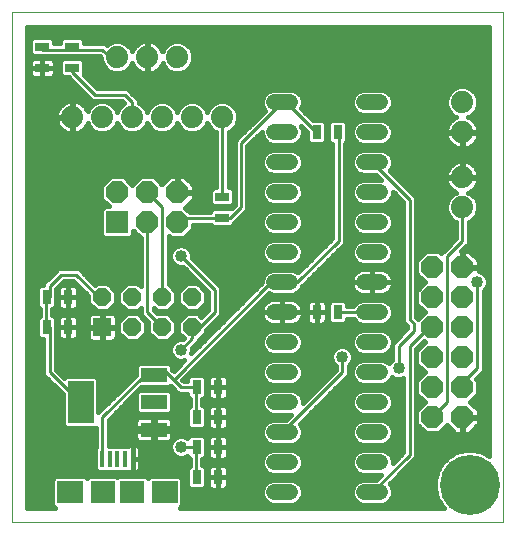
<source format=gtl>
G75*
%MOIN*%
%OFA0B0*%
%FSLAX24Y24*%
%IPPOS*%
%LPD*%
%AMOC8*
5,1,8,0,0,1.08239X$1,22.5*
%
%ADD10C,0.0000*%
%ADD11C,0.0740*%
%ADD12C,0.0520*%
%ADD13R,0.0315X0.0472*%
%ADD14R,0.0472X0.0315*%
%ADD15R,0.0880X0.0480*%
%ADD16R,0.0866X0.1417*%
%ADD17R,0.0600X0.0600*%
%ADD18OC8,0.0600*%
%ADD19R,0.0740X0.0740*%
%ADD20OC8,0.0740*%
%ADD21R,0.0157X0.0551*%
%ADD22R,0.0787X0.0748*%
%ADD23R,0.0866X0.0748*%
%ADD24C,0.0160*%
%ADD25C,0.0436*%
%ADD26C,0.0100*%
%ADD27C,0.0400*%
%ADD28C,0.2000*%
D10*
X000680Y001347D02*
X000680Y018343D01*
X017050Y018343D01*
X017050Y001347D01*
X000680Y001347D01*
D11*
X002680Y014847D03*
X003680Y014847D03*
X004680Y014847D03*
X005680Y014847D03*
X006680Y014847D03*
X007680Y014847D03*
X006180Y016847D03*
X005180Y016847D03*
X004180Y016847D03*
X015680Y015347D03*
X015680Y014347D03*
X015680Y012847D03*
X015680Y011847D03*
D12*
X012940Y011347D02*
X012420Y011347D01*
X012420Y010347D02*
X012940Y010347D01*
X012940Y009347D02*
X012420Y009347D01*
X012420Y008347D02*
X012940Y008347D01*
X012940Y007347D02*
X012420Y007347D01*
X012420Y006347D02*
X012940Y006347D01*
X012940Y005347D02*
X012420Y005347D01*
X012420Y004347D02*
X012940Y004347D01*
X012940Y003347D02*
X012420Y003347D01*
X012420Y002347D02*
X012940Y002347D01*
X009940Y002347D02*
X009420Y002347D01*
X009420Y003347D02*
X009940Y003347D01*
X009940Y004347D02*
X009420Y004347D01*
X009420Y005347D02*
X009940Y005347D01*
X009940Y006347D02*
X009420Y006347D01*
X009420Y007347D02*
X009940Y007347D01*
X009940Y008347D02*
X009420Y008347D01*
X009420Y009347D02*
X009940Y009347D01*
X009940Y010347D02*
X009420Y010347D01*
X009420Y011347D02*
X009940Y011347D01*
X009940Y012347D02*
X009420Y012347D01*
X009420Y013347D02*
X009940Y013347D01*
X009940Y014347D02*
X009420Y014347D01*
X009420Y015347D02*
X009940Y015347D01*
X012420Y015347D02*
X012940Y015347D01*
X012940Y014347D02*
X012420Y014347D01*
X012420Y013347D02*
X012940Y013347D01*
X012940Y012347D02*
X012420Y012347D01*
D13*
X011534Y014347D03*
X010826Y014347D03*
X010826Y008347D03*
X011534Y008347D03*
X007534Y005847D03*
X006826Y005847D03*
X006826Y004847D03*
X007534Y004847D03*
X007534Y003847D03*
X006826Y003847D03*
X006826Y002847D03*
X007534Y002847D03*
X002534Y007847D03*
X001826Y007847D03*
X001826Y008847D03*
X002534Y008847D03*
D14*
X007680Y011493D03*
X007680Y012202D03*
X002680Y016493D03*
X002680Y017202D03*
X001680Y017202D03*
X001680Y016493D03*
D15*
X005400Y006257D03*
X005400Y005347D03*
X005400Y004437D03*
D16*
X002960Y005347D03*
D17*
X003680Y007847D03*
D18*
X003680Y008847D03*
X004680Y008847D03*
X004680Y007847D03*
X005680Y007847D03*
X005680Y008847D03*
X006680Y008847D03*
X006680Y007847D03*
D19*
X004180Y011347D03*
D20*
X004180Y012347D03*
X005180Y012347D03*
X005180Y011347D03*
X006180Y011347D03*
X006180Y012347D03*
X014680Y009847D03*
X014680Y008847D03*
X014680Y007847D03*
X015680Y007847D03*
X015680Y008847D03*
X015680Y009847D03*
X015680Y006847D03*
X015680Y005847D03*
X015680Y004847D03*
X014680Y004847D03*
X014680Y005847D03*
X014680Y006847D03*
D21*
X004692Y003469D03*
X004436Y003469D03*
X004180Y003469D03*
X003924Y003469D03*
X003668Y003469D03*
D22*
X003688Y002347D03*
X004672Y002347D03*
D23*
X005755Y002347D03*
X002605Y002347D03*
D24*
X002012Y002323D02*
X001160Y002323D01*
X001160Y002481D02*
X002012Y002481D01*
X002012Y002640D02*
X001160Y002640D01*
X001160Y002798D02*
X002023Y002798D01*
X002012Y002788D02*
X002012Y001907D01*
X002092Y001827D01*
X001160Y001827D01*
X001160Y017863D01*
X016570Y017863D01*
X016570Y003567D01*
X016378Y003678D01*
X016083Y003757D01*
X015777Y003757D01*
X015482Y003678D01*
X015218Y003525D01*
X015002Y003310D01*
X014849Y003045D01*
X014770Y002750D01*
X014770Y002445D01*
X014849Y002150D01*
X015002Y001885D01*
X015060Y001827D01*
X006268Y001827D01*
X006348Y001907D01*
X006348Y002788D01*
X006254Y002881D01*
X005255Y002881D01*
X005194Y002820D01*
X005132Y002881D01*
X004212Y002881D01*
X004180Y002849D01*
X004148Y002881D01*
X003228Y002881D01*
X003166Y002820D01*
X003105Y002881D01*
X002106Y002881D01*
X002012Y002788D01*
X002012Y002164D02*
X001160Y002164D01*
X001160Y002006D02*
X002012Y002006D01*
X002072Y001847D02*
X001160Y001847D01*
X001160Y002957D02*
X006508Y002957D01*
X006508Y003115D02*
X004933Y003115D01*
X004938Y003124D02*
X004951Y003170D01*
X004951Y003469D01*
X004692Y003469D01*
X004692Y003014D01*
X004794Y003014D01*
X004840Y003026D01*
X004881Y003050D01*
X004915Y003083D01*
X004938Y003124D01*
X004951Y003274D02*
X006595Y003274D01*
X006595Y003237D02*
X006508Y003150D01*
X006508Y002545D01*
X006602Y002451D01*
X007049Y002451D01*
X007143Y002545D01*
X007143Y003150D01*
X007049Y003243D01*
X007015Y003243D01*
X007015Y003451D01*
X007049Y003451D01*
X007143Y003545D01*
X007143Y004150D01*
X007049Y004243D01*
X006602Y004243D01*
X006510Y004151D01*
X006509Y004152D01*
X006377Y004207D01*
X006233Y004207D01*
X006101Y004152D01*
X006000Y004051D01*
X005945Y003919D01*
X005945Y003776D01*
X006000Y003643D01*
X006101Y003542D01*
X006233Y003487D01*
X006377Y003487D01*
X006509Y003542D01*
X006510Y003543D01*
X006595Y003458D01*
X006595Y003237D01*
X006595Y003432D02*
X004951Y003432D01*
X004951Y003469D02*
X004951Y003769D01*
X004938Y003814D01*
X004915Y003855D01*
X004881Y003889D01*
X004840Y003913D01*
X004794Y003925D01*
X004692Y003925D01*
X004692Y003469D01*
X004692Y003469D01*
X004692Y003469D01*
X004692Y003014D01*
X004589Y003014D01*
X004544Y003026D01*
X004530Y003034D01*
X003523Y003034D01*
X003429Y003127D01*
X003429Y003811D01*
X003470Y003852D01*
X003470Y004489D01*
X003459Y004479D01*
X002461Y004479D01*
X002367Y004572D01*
X002367Y005613D01*
X001720Y006260D01*
X001720Y007451D01*
X001602Y007451D01*
X001508Y007545D01*
X001508Y008150D01*
X001595Y008237D01*
X001595Y008458D01*
X001508Y008545D01*
X001508Y009150D01*
X001602Y009243D01*
X001720Y009243D01*
X001720Y009309D01*
X002095Y009684D01*
X002218Y009807D01*
X002892Y009807D01*
X003441Y009259D01*
X003489Y009307D01*
X003871Y009307D01*
X004140Y009038D01*
X004140Y008657D01*
X003871Y008387D01*
X003489Y008387D01*
X003220Y008657D01*
X003220Y008885D01*
X002718Y009387D01*
X002392Y009387D01*
X002143Y009138D01*
X002205Y009138D01*
X002209Y009153D02*
X002197Y009107D01*
X002197Y008847D01*
X002197Y008587D01*
X002209Y008542D01*
X002233Y008501D01*
X002266Y008467D01*
X002307Y008443D01*
X002353Y008431D01*
X002534Y008431D01*
X002534Y008847D01*
X002197Y008847D01*
X002534Y008847D01*
X002534Y008847D01*
X002534Y008847D01*
X002534Y008431D01*
X002716Y008431D01*
X002761Y008443D01*
X002802Y008467D01*
X002836Y008501D01*
X002860Y008542D01*
X002872Y008587D01*
X002872Y008847D01*
X002534Y008847D01*
X002534Y009263D01*
X002353Y009263D01*
X002307Y009251D01*
X002266Y009228D01*
X002233Y009194D01*
X002209Y009153D01*
X002143Y009138D02*
X002143Y008545D01*
X002049Y008451D01*
X002015Y008451D01*
X002015Y008243D01*
X002049Y008243D01*
X002143Y008150D01*
X002143Y007545D01*
X002140Y007542D01*
X002140Y006434D01*
X002409Y006165D01*
X002461Y006216D01*
X003459Y006216D01*
X003553Y006122D01*
X003553Y005017D01*
X004800Y006264D01*
X004800Y006564D01*
X004894Y006657D01*
X005906Y006657D01*
X006000Y006564D01*
X006000Y006449D01*
X006015Y006434D01*
X006055Y006394D01*
X006413Y006752D01*
X006377Y006737D01*
X006233Y006737D01*
X006101Y006792D01*
X006000Y006893D01*
X005945Y007026D01*
X005945Y007169D01*
X006000Y007301D01*
X006101Y007402D01*
X006233Y007457D01*
X006368Y007457D01*
X006394Y007483D01*
X006220Y007657D01*
X006220Y008038D01*
X006489Y008307D01*
X006871Y008307D01*
X006982Y008196D01*
X007220Y008434D01*
X007220Y009010D01*
X006368Y009862D01*
X006233Y009862D01*
X006101Y009917D01*
X006000Y010018D01*
X005945Y010151D01*
X005945Y010294D01*
X006000Y010426D01*
X006101Y010527D01*
X006233Y010582D01*
X006377Y010582D01*
X006509Y010527D01*
X006610Y010426D01*
X006665Y010294D01*
X006665Y010159D01*
X007517Y009307D01*
X007517Y009307D01*
X007640Y009184D01*
X007640Y008260D01*
X007140Y007760D01*
X007140Y007657D01*
X006890Y007407D01*
X006890Y007385D01*
X006665Y007160D01*
X006665Y007026D01*
X006650Y006989D01*
X009000Y009339D01*
X009000Y009431D01*
X009064Y009585D01*
X009182Y009703D01*
X009336Y009767D01*
X010024Y009767D01*
X010178Y009703D01*
X010208Y009673D01*
X011345Y010809D01*
X011345Y013951D01*
X011311Y013951D01*
X011217Y014045D01*
X011217Y014650D01*
X011311Y014743D01*
X011758Y014743D01*
X011852Y014650D01*
X011852Y014045D01*
X011765Y013958D01*
X011765Y010635D01*
X010390Y009260D01*
X010336Y009207D01*
X010296Y009109D01*
X010178Y008991D01*
X010024Y008927D01*
X009336Y008927D01*
X009227Y008972D01*
X006352Y006097D01*
X006392Y006057D01*
X006508Y006057D01*
X006508Y006150D01*
X006602Y006243D01*
X007049Y006243D01*
X007143Y006150D01*
X007143Y005545D01*
X007049Y005451D01*
X007015Y005451D01*
X007015Y005243D01*
X007049Y005243D01*
X007143Y005150D01*
X007143Y004545D01*
X007049Y004451D01*
X006602Y004451D01*
X006508Y004545D01*
X006508Y005150D01*
X006595Y005237D01*
X006595Y005458D01*
X006508Y005545D01*
X006508Y005637D01*
X006218Y005637D01*
X005968Y005887D01*
X005968Y005887D01*
X005952Y005903D01*
X005906Y005857D01*
X004987Y005857D01*
X003890Y004760D01*
X003890Y003905D01*
X004530Y003905D01*
X004544Y003913D01*
X004589Y003925D01*
X004692Y003925D01*
X004692Y003469D01*
X004951Y003469D01*
X004951Y003591D02*
X006052Y003591D01*
X005956Y003749D02*
X004951Y003749D01*
X004848Y003908D02*
X005945Y003908D01*
X005909Y004030D02*
X005864Y004017D01*
X005440Y004017D01*
X005440Y004397D01*
X005360Y004397D01*
X005360Y004017D01*
X004936Y004017D01*
X004891Y004030D01*
X004849Y004053D01*
X004816Y004087D01*
X004792Y004128D01*
X004780Y004174D01*
X004780Y004397D01*
X005360Y004397D01*
X005360Y004477D01*
X004780Y004477D01*
X004780Y004701D01*
X004792Y004747D01*
X004816Y004788D01*
X004849Y004821D01*
X004891Y004845D01*
X004936Y004857D01*
X005360Y004857D01*
X005360Y004477D01*
X005440Y004477D01*
X006020Y004477D01*
X006020Y004701D01*
X006008Y004747D01*
X005984Y004788D01*
X005951Y004821D01*
X005909Y004845D01*
X005864Y004857D01*
X005440Y004857D01*
X005440Y004477D01*
X005440Y004397D01*
X006020Y004397D01*
X006020Y004174D01*
X006008Y004128D01*
X005984Y004087D01*
X005951Y004053D01*
X005909Y004030D01*
X005964Y004066D02*
X006015Y004066D01*
X006020Y004225D02*
X006583Y004225D01*
X006511Y004542D02*
X006020Y004542D01*
X006020Y004700D02*
X006508Y004700D01*
X006508Y004859D02*
X003988Y004859D01*
X003890Y004700D02*
X004780Y004700D01*
X004780Y004542D02*
X003890Y004542D01*
X003890Y004383D02*
X004780Y004383D01*
X004780Y004225D02*
X003890Y004225D01*
X003890Y004066D02*
X004836Y004066D01*
X004692Y003908D02*
X004692Y003908D01*
X004535Y003908D02*
X003890Y003908D01*
X003470Y003908D02*
X001160Y003908D01*
X001160Y004066D02*
X003470Y004066D01*
X003470Y004225D02*
X001160Y004225D01*
X001160Y004383D02*
X003470Y004383D01*
X003553Y005017D02*
X003553Y005017D01*
X003553Y005176D02*
X003712Y005176D01*
X003870Y005334D02*
X003553Y005334D01*
X003553Y005493D02*
X004029Y005493D01*
X004187Y005651D02*
X003553Y005651D01*
X003553Y005810D02*
X004346Y005810D01*
X004504Y005968D02*
X003553Y005968D01*
X003548Y006127D02*
X004663Y006127D01*
X004800Y006285D02*
X002289Y006285D01*
X002140Y006444D02*
X004800Y006444D01*
X004839Y006602D02*
X002140Y006602D01*
X002140Y006761D02*
X006177Y006761D01*
X006263Y006602D02*
X005961Y006602D01*
X006005Y006444D02*
X006105Y006444D01*
X006381Y006127D02*
X006508Y006127D01*
X006540Y006285D02*
X009000Y006285D01*
X009000Y006264D02*
X009000Y006431D01*
X009064Y006585D01*
X009182Y006703D01*
X009336Y006767D01*
X010024Y006767D01*
X010178Y006703D01*
X010296Y006585D01*
X010360Y006431D01*
X010360Y006264D01*
X010296Y006109D01*
X010178Y005991D01*
X010024Y005927D01*
X009336Y005927D01*
X009182Y005991D01*
X009064Y006109D01*
X009000Y006264D01*
X009057Y006127D02*
X007867Y006127D01*
X007872Y006107D02*
X007860Y006153D01*
X007836Y006194D01*
X007802Y006228D01*
X007761Y006251D01*
X007716Y006263D01*
X007534Y006263D01*
X007353Y006263D01*
X007307Y006251D01*
X007266Y006228D01*
X007233Y006194D01*
X007209Y006153D01*
X007197Y006107D01*
X007197Y005847D01*
X007197Y005587D01*
X007209Y005542D01*
X007233Y005501D01*
X007266Y005467D01*
X007307Y005443D01*
X007353Y005431D01*
X007534Y005431D01*
X007534Y005847D01*
X007197Y005847D01*
X007534Y005847D01*
X007534Y005847D01*
X007534Y005847D01*
X007534Y005431D01*
X007716Y005431D01*
X007761Y005443D01*
X007802Y005467D01*
X007836Y005501D01*
X007860Y005542D01*
X007872Y005587D01*
X007872Y005847D01*
X007534Y005847D01*
X007534Y006263D01*
X007534Y005847D01*
X007534Y005847D01*
X007534Y005847D01*
X007872Y005847D01*
X007872Y006107D01*
X007872Y005968D02*
X009237Y005968D01*
X009336Y005767D02*
X009182Y005703D01*
X009064Y005585D01*
X009000Y005431D01*
X009000Y005264D01*
X009064Y005109D01*
X009182Y004991D01*
X009336Y004927D01*
X009963Y004927D01*
X009803Y004767D01*
X009336Y004767D01*
X009182Y004703D01*
X009064Y004585D01*
X009000Y004431D01*
X009000Y004264D01*
X009064Y004109D01*
X009182Y003991D01*
X009336Y003927D01*
X010024Y003927D01*
X010178Y003991D01*
X010296Y004109D01*
X010360Y004264D01*
X010360Y004431D01*
X010296Y004585D01*
X010255Y004626D01*
X011767Y006137D01*
X011890Y006260D01*
X011890Y006548D01*
X011985Y006643D01*
X012040Y006776D01*
X012040Y006919D01*
X011985Y007051D01*
X011884Y007152D01*
X011752Y007207D01*
X011608Y007207D01*
X011476Y007152D01*
X011375Y007051D01*
X011320Y006919D01*
X011320Y006776D01*
X011375Y006643D01*
X011470Y006548D01*
X011470Y006434D01*
X010360Y005324D01*
X010360Y005431D01*
X010296Y005585D01*
X010178Y005703D01*
X010024Y005767D01*
X009336Y005767D01*
X009130Y005651D02*
X007872Y005651D01*
X007872Y005810D02*
X010846Y005810D01*
X011004Y005968D02*
X010123Y005968D01*
X010303Y006127D02*
X011163Y006127D01*
X011321Y006285D02*
X010360Y006285D01*
X010355Y006444D02*
X011470Y006444D01*
X011416Y006602D02*
X010279Y006602D01*
X010039Y006761D02*
X011326Y006761D01*
X011320Y006919D02*
X007174Y006919D01*
X007015Y006761D02*
X009321Y006761D01*
X009336Y006927D02*
X009182Y006991D01*
X009064Y007109D01*
X009000Y007264D01*
X009000Y007431D01*
X009064Y007585D01*
X009182Y007703D01*
X009336Y007767D01*
X010024Y007767D01*
X010178Y007703D01*
X010296Y007585D01*
X010360Y007431D01*
X010360Y007264D01*
X010296Y007109D01*
X010178Y006991D01*
X010024Y006927D01*
X009336Y006927D01*
X009096Y007078D02*
X007332Y007078D01*
X007491Y007236D02*
X009011Y007236D01*
X009000Y007395D02*
X007649Y007395D01*
X007808Y007553D02*
X009051Y007553D01*
X009202Y007712D02*
X007966Y007712D01*
X008125Y007870D02*
X013845Y007870D01*
X013845Y007885D02*
X013845Y007809D01*
X013360Y007324D01*
X013360Y007431D01*
X013296Y007585D01*
X013178Y007703D01*
X013024Y007767D01*
X012336Y007767D01*
X012182Y007703D01*
X012064Y007585D01*
X012000Y007431D01*
X012000Y007264D01*
X012064Y007109D01*
X012182Y006991D01*
X012336Y006927D01*
X013024Y006927D01*
X013178Y006991D01*
X013296Y007109D01*
X013345Y007227D01*
X013345Y006771D01*
X013250Y006676D01*
X013237Y006645D01*
X013178Y006703D01*
X013024Y006767D01*
X012336Y006767D01*
X012182Y006703D01*
X012064Y006585D01*
X012000Y006431D01*
X012000Y006264D01*
X012064Y006109D01*
X012182Y005991D01*
X012336Y005927D01*
X013024Y005927D01*
X013178Y005991D01*
X013296Y006109D01*
X013329Y006189D01*
X013351Y006167D01*
X013483Y006112D01*
X013627Y006112D01*
X013720Y006151D01*
X013720Y003684D01*
X013360Y003324D01*
X013360Y003431D01*
X013296Y003585D01*
X013178Y003703D01*
X013024Y003767D01*
X012336Y003767D01*
X012182Y003703D01*
X012064Y003585D01*
X012000Y003431D01*
X012000Y003264D01*
X012064Y003109D01*
X012182Y002991D01*
X012336Y002927D01*
X012963Y002927D01*
X012803Y002767D01*
X012336Y002767D01*
X012182Y002703D01*
X012064Y002585D01*
X012000Y002431D01*
X012000Y002264D01*
X012064Y002109D01*
X012182Y001991D01*
X012336Y001927D01*
X013024Y001927D01*
X013178Y001991D01*
X013296Y002109D01*
X013360Y002264D01*
X013360Y002431D01*
X013296Y002585D01*
X013255Y002626D01*
X014017Y003387D01*
X014140Y003510D01*
X014140Y007135D01*
X014391Y007386D01*
X014430Y007347D01*
X014150Y007067D01*
X014150Y006628D01*
X014430Y006347D01*
X014150Y006067D01*
X014150Y005628D01*
X014430Y005347D01*
X014150Y005067D01*
X014150Y004628D01*
X014460Y004317D01*
X014900Y004317D01*
X015166Y004584D01*
X015452Y004297D01*
X015660Y004297D01*
X015660Y004827D01*
X015700Y004827D01*
X015700Y004297D01*
X015908Y004297D01*
X016230Y004619D01*
X016230Y004827D01*
X015700Y004827D01*
X015700Y004867D01*
X016230Y004867D01*
X016230Y005075D01*
X015944Y005361D01*
X016210Y005628D01*
X016210Y006067D01*
X016141Y006136D01*
X016390Y006385D01*
X016390Y009048D01*
X016485Y009143D01*
X016540Y009276D01*
X016540Y009419D01*
X016485Y009551D01*
X016384Y009652D01*
X016252Y009707D01*
X016230Y009707D01*
X016230Y009827D01*
X015700Y009827D01*
X015700Y009867D01*
X016230Y009867D01*
X016230Y010075D01*
X015908Y010397D01*
X015700Y010397D01*
X015700Y009867D01*
X015660Y009867D01*
X015660Y010397D01*
X015652Y010397D01*
X015890Y010635D01*
X015890Y011361D01*
X015980Y011398D01*
X016129Y011547D01*
X016210Y011742D01*
X016210Y011953D01*
X016129Y012147D01*
X015980Y012297D01*
X015886Y012336D01*
X015891Y012338D01*
X015968Y012377D01*
X016038Y012428D01*
X016100Y012489D01*
X016150Y012559D01*
X016190Y012636D01*
X016216Y012718D01*
X016230Y012804D01*
X016230Y012827D01*
X015700Y012827D01*
X015700Y012867D01*
X016230Y012867D01*
X016230Y012891D01*
X016216Y012976D01*
X016190Y013058D01*
X016150Y013136D01*
X016100Y013206D01*
X016038Y013267D01*
X015968Y013318D01*
X015891Y013357D01*
X015809Y013384D01*
X015723Y013397D01*
X015700Y013397D01*
X015700Y012867D01*
X015660Y012867D01*
X015660Y012827D01*
X015130Y012827D01*
X015130Y012804D01*
X015144Y012718D01*
X015170Y012636D01*
X015210Y012559D01*
X015260Y012489D01*
X015322Y012428D01*
X015392Y012377D01*
X015469Y012338D01*
X015474Y012336D01*
X015380Y012297D01*
X015231Y012147D01*
X015150Y011953D01*
X015150Y011742D01*
X015231Y011547D01*
X015380Y011398D01*
X015470Y011361D01*
X015470Y010809D01*
X015093Y010432D01*
X014970Y010309D01*
X014970Y010307D01*
X014900Y010377D01*
X014460Y010377D01*
X014150Y010067D01*
X014150Y009628D01*
X014430Y009347D01*
X014150Y009067D01*
X014150Y008628D01*
X014430Y008347D01*
X014204Y008121D01*
X014142Y008182D01*
X014140Y008184D01*
X014140Y012184D01*
X014017Y012307D01*
X013255Y013069D01*
X013296Y013109D01*
X013360Y013264D01*
X013360Y013431D01*
X013296Y013585D01*
X013178Y013703D01*
X013024Y013767D01*
X012336Y013767D01*
X012182Y013703D01*
X012064Y013585D01*
X012000Y013431D01*
X012000Y013264D01*
X012064Y013109D01*
X012182Y012991D01*
X012336Y012927D01*
X012803Y012927D01*
X012963Y012767D01*
X012336Y012767D01*
X012182Y012703D01*
X012064Y012585D01*
X012000Y012431D01*
X012000Y012264D01*
X012064Y012109D01*
X012182Y011991D01*
X012336Y011927D01*
X013024Y011927D01*
X013178Y011991D01*
X013296Y012109D01*
X013360Y012264D01*
X013360Y012370D01*
X013720Y012010D01*
X013720Y008010D01*
X013845Y007885D01*
X013720Y008029D02*
X013215Y008029D01*
X013178Y007991D02*
X013024Y007927D01*
X012336Y007927D01*
X012182Y007991D01*
X012064Y008109D01*
X012052Y008137D01*
X011852Y008137D01*
X011852Y008045D01*
X011758Y007951D01*
X011311Y007951D01*
X011217Y008045D01*
X011217Y008650D01*
X011311Y008743D01*
X011758Y008743D01*
X011852Y008650D01*
X011852Y008557D01*
X012052Y008557D01*
X012064Y008585D01*
X012182Y008703D01*
X012336Y008767D01*
X013024Y008767D01*
X013178Y008703D01*
X013296Y008585D01*
X013360Y008431D01*
X013360Y008264D01*
X013296Y008109D01*
X013178Y007991D01*
X013158Y007712D02*
X013748Y007712D01*
X013589Y007553D02*
X013309Y007553D01*
X013360Y007395D02*
X013431Y007395D01*
X013345Y007078D02*
X013264Y007078D01*
X013345Y006919D02*
X012040Y006919D01*
X012034Y006761D02*
X012321Y006761D01*
X012081Y006602D02*
X011944Y006602D01*
X011890Y006444D02*
X012005Y006444D01*
X012000Y006285D02*
X011890Y006285D01*
X011756Y006127D02*
X012057Y006127D01*
X012237Y005968D02*
X011598Y005968D01*
X011439Y005810D02*
X013720Y005810D01*
X013720Y005968D02*
X013123Y005968D01*
X013024Y005767D02*
X013178Y005703D01*
X013296Y005585D01*
X013360Y005431D01*
X013360Y005264D01*
X013296Y005109D01*
X013178Y004991D01*
X013024Y004927D01*
X012336Y004927D01*
X012182Y004991D01*
X012064Y005109D01*
X012000Y005264D01*
X012000Y005431D01*
X012064Y005585D01*
X012182Y005703D01*
X012336Y005767D01*
X013024Y005767D01*
X013230Y005651D02*
X013720Y005651D01*
X013720Y005493D02*
X013334Y005493D01*
X013360Y005334D02*
X013720Y005334D01*
X013720Y005176D02*
X013324Y005176D01*
X013204Y005017D02*
X013720Y005017D01*
X013720Y004859D02*
X010488Y004859D01*
X010330Y004700D02*
X012179Y004700D01*
X012182Y004703D02*
X012064Y004585D01*
X012000Y004431D01*
X012000Y004264D01*
X012064Y004109D01*
X012182Y003991D01*
X012336Y003927D01*
X013024Y003927D01*
X013178Y003991D01*
X013296Y004109D01*
X013360Y004264D01*
X013360Y004431D01*
X013296Y004585D01*
X013178Y004703D01*
X013024Y004767D01*
X012336Y004767D01*
X012182Y004703D01*
X012046Y004542D02*
X010314Y004542D01*
X010360Y004383D02*
X012000Y004383D01*
X012016Y004225D02*
X010344Y004225D01*
X010253Y004066D02*
X012107Y004066D01*
X012293Y003749D02*
X010067Y003749D01*
X010024Y003767D02*
X010178Y003703D01*
X010296Y003585D01*
X010360Y003431D01*
X010360Y003264D01*
X010296Y003109D01*
X010178Y002991D01*
X010024Y002927D01*
X009336Y002927D01*
X009182Y002991D01*
X009064Y003109D01*
X009000Y003264D01*
X009000Y003431D01*
X009064Y003585D01*
X009182Y003703D01*
X009336Y003767D01*
X010024Y003767D01*
X010290Y003591D02*
X012070Y003591D01*
X012001Y003432D02*
X010359Y003432D01*
X010360Y003274D02*
X012000Y003274D01*
X012061Y003115D02*
X010299Y003115D01*
X010095Y002957D02*
X012265Y002957D01*
X012119Y002640D02*
X010241Y002640D01*
X010296Y002585D02*
X010178Y002703D01*
X010024Y002767D01*
X009336Y002767D01*
X009182Y002703D01*
X009064Y002585D01*
X009000Y002431D01*
X009000Y002264D01*
X009064Y002109D01*
X009182Y001991D01*
X009336Y001927D01*
X010024Y001927D01*
X010178Y001991D01*
X010296Y002109D01*
X010360Y002264D01*
X010360Y002431D01*
X010296Y002585D01*
X010339Y002481D02*
X012021Y002481D01*
X012000Y002323D02*
X010360Y002323D01*
X010319Y002164D02*
X012041Y002164D01*
X012168Y002006D02*
X010192Y002006D01*
X009168Y002006D02*
X006348Y002006D01*
X006348Y002164D02*
X009041Y002164D01*
X009000Y002323D02*
X006348Y002323D01*
X006348Y002481D02*
X006572Y002481D01*
X006508Y002640D02*
X006348Y002640D01*
X006337Y002798D02*
X006508Y002798D01*
X007143Y002798D02*
X007197Y002798D01*
X007197Y002847D02*
X007197Y002587D01*
X007209Y002542D01*
X007233Y002501D01*
X007266Y002467D01*
X007307Y002443D01*
X007353Y002431D01*
X007534Y002431D01*
X007534Y002847D01*
X007197Y002847D01*
X007534Y002847D01*
X007534Y002847D01*
X007534Y002847D01*
X007534Y002431D01*
X007716Y002431D01*
X007761Y002443D01*
X007802Y002467D01*
X007836Y002501D01*
X007860Y002542D01*
X007872Y002587D01*
X007872Y002847D01*
X007534Y002847D01*
X007534Y003263D01*
X007353Y003263D01*
X007307Y003251D01*
X007266Y003228D01*
X007233Y003194D01*
X007209Y003153D01*
X007197Y003107D01*
X007197Y002847D01*
X007197Y002957D02*
X007143Y002957D01*
X007143Y003115D02*
X007199Y003115D01*
X007015Y003274D02*
X009000Y003274D01*
X009001Y003432D02*
X007720Y003432D01*
X007716Y003431D02*
X007761Y003443D01*
X007802Y003467D01*
X007836Y003501D01*
X007860Y003542D01*
X007872Y003587D01*
X007872Y003847D01*
X007534Y003847D01*
X007197Y003847D01*
X007197Y003587D01*
X007209Y003542D01*
X007233Y003501D01*
X007266Y003467D01*
X007307Y003443D01*
X007353Y003431D01*
X007534Y003431D01*
X007534Y003847D01*
X007534Y003847D01*
X007534Y003847D01*
X007197Y003847D01*
X007197Y004107D01*
X007209Y004153D01*
X007233Y004194D01*
X007266Y004228D01*
X007307Y004251D01*
X007353Y004263D01*
X007534Y004263D01*
X007534Y003847D01*
X007534Y003431D01*
X007716Y003431D01*
X007716Y003263D02*
X007534Y003263D01*
X007534Y002847D01*
X007534Y002847D01*
X007534Y002847D01*
X007872Y002847D01*
X007872Y003107D01*
X007860Y003153D01*
X007836Y003194D01*
X007802Y003228D01*
X007761Y003251D01*
X007716Y003263D01*
X007870Y003115D02*
X009061Y003115D01*
X009265Y002957D02*
X007872Y002957D01*
X007872Y002798D02*
X012834Y002798D01*
X013269Y002640D02*
X014770Y002640D01*
X014770Y002481D02*
X013339Y002481D01*
X013360Y002323D02*
X014803Y002323D01*
X014845Y002164D02*
X013319Y002164D01*
X013192Y002006D02*
X014932Y002006D01*
X015040Y001847D02*
X006288Y001847D01*
X007080Y002481D02*
X007252Y002481D01*
X007197Y002640D02*
X007143Y002640D01*
X007534Y002640D02*
X007534Y002640D01*
X007534Y002798D02*
X007534Y002798D01*
X007534Y002957D02*
X007534Y002957D01*
X007534Y003115D02*
X007534Y003115D01*
X007534Y003432D02*
X007534Y003432D01*
X007534Y003591D02*
X007534Y003591D01*
X007534Y003749D02*
X007534Y003749D01*
X007534Y003847D02*
X007534Y003847D01*
X007534Y003847D01*
X007534Y004263D01*
X007716Y004263D01*
X007761Y004251D01*
X007802Y004228D01*
X007836Y004194D01*
X007860Y004153D01*
X007872Y004107D01*
X007872Y003847D01*
X007534Y003847D01*
X007534Y003908D02*
X007534Y003908D01*
X007534Y004066D02*
X007534Y004066D01*
X007534Y004225D02*
X007534Y004225D01*
X007534Y004431D02*
X007353Y004431D01*
X007307Y004443D01*
X007266Y004467D01*
X007233Y004501D01*
X007209Y004542D01*
X007140Y004542D01*
X007209Y004542D02*
X007197Y004587D01*
X007197Y004847D01*
X007534Y004847D01*
X007534Y004847D01*
X007534Y004847D01*
X007534Y004431D01*
X007716Y004431D01*
X007761Y004443D01*
X007802Y004467D01*
X007836Y004501D01*
X007860Y004542D01*
X009046Y004542D01*
X009000Y004383D02*
X006020Y004383D01*
X005906Y004947D02*
X006000Y005041D01*
X006000Y005654D01*
X005906Y005747D01*
X004894Y005747D01*
X004800Y005654D01*
X004800Y005041D01*
X004894Y004947D01*
X005906Y004947D01*
X005976Y005017D02*
X006508Y005017D01*
X006534Y005176D02*
X006000Y005176D01*
X006000Y005334D02*
X006595Y005334D01*
X006560Y005493D02*
X006000Y005493D01*
X006000Y005651D02*
X006204Y005651D01*
X006046Y005810D02*
X004939Y005810D01*
X004800Y005651D02*
X004781Y005651D01*
X004800Y005493D02*
X004622Y005493D01*
X004464Y005334D02*
X004800Y005334D01*
X004800Y005176D02*
X004305Y005176D01*
X004147Y005017D02*
X004824Y005017D01*
X005360Y004700D02*
X005440Y004700D01*
X005440Y004542D02*
X005360Y004542D01*
X005360Y004383D02*
X005440Y004383D01*
X005440Y004225D02*
X005360Y004225D01*
X005360Y004066D02*
X005440Y004066D01*
X004692Y003749D02*
X004692Y003749D01*
X004692Y003591D02*
X004692Y003591D01*
X004692Y003469D02*
X004692Y003469D01*
X004692Y003432D02*
X004692Y003432D01*
X004692Y003274D02*
X004692Y003274D01*
X004692Y003115D02*
X004692Y003115D01*
X003442Y003115D02*
X001160Y003115D01*
X001160Y003274D02*
X003429Y003274D01*
X003429Y003432D02*
X001160Y003432D01*
X001160Y003591D02*
X003429Y003591D01*
X003429Y003749D02*
X001160Y003749D01*
X001160Y004542D02*
X002397Y004542D01*
X002367Y004700D02*
X001160Y004700D01*
X001160Y004859D02*
X002367Y004859D01*
X002367Y005017D02*
X001160Y005017D01*
X001160Y005176D02*
X002367Y005176D01*
X002367Y005334D02*
X001160Y005334D01*
X001160Y005493D02*
X002367Y005493D01*
X002329Y005651D02*
X001160Y005651D01*
X001160Y005810D02*
X002171Y005810D01*
X002012Y005968D02*
X001160Y005968D01*
X001160Y006127D02*
X001854Y006127D01*
X001720Y006285D02*
X001160Y006285D01*
X001160Y006444D02*
X001720Y006444D01*
X001720Y006602D02*
X001160Y006602D01*
X001160Y006761D02*
X001720Y006761D01*
X001720Y006919D02*
X001160Y006919D01*
X001160Y007078D02*
X001720Y007078D01*
X001720Y007236D02*
X001160Y007236D01*
X001160Y007395D02*
X001720Y007395D01*
X001508Y007553D02*
X001160Y007553D01*
X001160Y007712D02*
X001508Y007712D01*
X001508Y007870D02*
X001160Y007870D01*
X001160Y008029D02*
X001508Y008029D01*
X001546Y008187D02*
X001160Y008187D01*
X001160Y008346D02*
X001595Y008346D01*
X001549Y008504D02*
X001160Y008504D01*
X001160Y008663D02*
X001508Y008663D01*
X001508Y008821D02*
X001160Y008821D01*
X001160Y008980D02*
X001508Y008980D01*
X001508Y009138D02*
X001160Y009138D01*
X001160Y009297D02*
X001720Y009297D01*
X001866Y009455D02*
X001160Y009455D01*
X001160Y009614D02*
X002025Y009614D01*
X002183Y009772D02*
X001160Y009772D01*
X001160Y009931D02*
X004970Y009931D01*
X004970Y010089D02*
X001160Y010089D01*
X001160Y010248D02*
X004970Y010248D01*
X004970Y010406D02*
X001160Y010406D01*
X001160Y010565D02*
X004970Y010565D01*
X004970Y010723D02*
X001160Y010723D01*
X001160Y010882D02*
X003679Y010882D01*
X003650Y010911D02*
X003744Y010817D01*
X004616Y010817D01*
X004710Y010911D01*
X004710Y011068D01*
X004960Y010817D01*
X004970Y010817D01*
X004970Y009208D01*
X004871Y009307D01*
X004489Y009307D01*
X004220Y009038D01*
X004220Y008657D01*
X004489Y008387D01*
X004871Y008387D01*
X004970Y008487D01*
X004970Y008260D01*
X005220Y008010D01*
X005220Y007657D01*
X005489Y007387D01*
X005871Y007387D01*
X006140Y007657D01*
X006140Y008038D01*
X005871Y008307D01*
X005517Y008307D01*
X005390Y008434D01*
X005390Y008487D01*
X005489Y008387D01*
X005871Y008387D01*
X006140Y008657D01*
X006140Y009038D01*
X005890Y009288D01*
X005890Y010888D01*
X005960Y010817D01*
X006400Y010817D01*
X006710Y011128D01*
X006710Y011262D01*
X007291Y011262D01*
X007378Y011175D01*
X007982Y011175D01*
X008076Y011269D01*
X008076Y011321D01*
X008140Y011385D01*
X008515Y011760D01*
X008515Y013885D01*
X009000Y014370D01*
X009000Y014264D01*
X009064Y014109D01*
X009182Y013991D01*
X009336Y013927D01*
X010024Y013927D01*
X010178Y013991D01*
X010296Y014109D01*
X010360Y014264D01*
X010360Y014431D01*
X010314Y014541D01*
X010508Y014347D01*
X010508Y014045D01*
X010602Y013951D01*
X011049Y013951D01*
X011143Y014045D01*
X011143Y014650D01*
X011049Y014743D01*
X010706Y014743D01*
X010309Y015140D01*
X010360Y015264D01*
X010360Y015431D01*
X010296Y015585D01*
X010178Y015703D01*
X010024Y015767D01*
X009336Y015767D01*
X009182Y015703D01*
X009064Y015585D01*
X009000Y015431D01*
X009000Y015264D01*
X009064Y015109D01*
X009105Y015069D01*
X008218Y014182D01*
X008095Y014059D01*
X008095Y011934D01*
X007971Y011810D01*
X007378Y011810D01*
X007284Y011717D01*
X007284Y011682D01*
X006595Y011682D01*
X006444Y011833D01*
X007994Y011833D01*
X007982Y011884D02*
X008076Y011978D01*
X008076Y012425D01*
X007982Y012519D01*
X007890Y012519D01*
X007890Y014361D01*
X007980Y014398D01*
X008129Y014547D01*
X008210Y014742D01*
X008210Y014953D01*
X008129Y015147D01*
X007980Y015297D01*
X007785Y015377D01*
X007575Y015377D01*
X007380Y015297D01*
X007231Y015147D01*
X007180Y015025D01*
X007129Y015147D01*
X006980Y015297D01*
X006785Y015377D01*
X006575Y015377D01*
X006380Y015297D01*
X006231Y015147D01*
X006180Y015025D01*
X006129Y015147D01*
X005980Y015297D01*
X005785Y015377D01*
X005575Y015377D01*
X005380Y015297D01*
X005231Y015147D01*
X005180Y015025D01*
X005129Y015147D01*
X004980Y015297D01*
X004890Y015334D01*
X004890Y015434D01*
X004767Y015557D01*
X004517Y015807D01*
X003517Y015807D01*
X003066Y016259D01*
X003076Y016269D01*
X003076Y016717D01*
X002982Y016810D01*
X002378Y016810D01*
X002284Y016717D01*
X002284Y016269D01*
X002378Y016175D01*
X002555Y016175D01*
X002593Y016137D01*
X003220Y015510D01*
X003343Y015387D01*
X004343Y015387D01*
X004418Y015312D01*
X004380Y015297D01*
X004231Y015147D01*
X004180Y015025D01*
X004129Y015147D01*
X003980Y015297D01*
X003785Y015377D01*
X003575Y015377D01*
X003380Y015297D01*
X003231Y015147D01*
X003191Y015053D01*
X003190Y015058D01*
X003150Y015136D01*
X003100Y015206D01*
X003038Y015267D01*
X002968Y015318D01*
X002891Y015357D01*
X002809Y015384D01*
X002723Y015397D01*
X002700Y015397D01*
X002700Y014867D01*
X002660Y014867D01*
X002660Y014827D01*
X002700Y014827D01*
X002700Y014297D01*
X002723Y014297D01*
X002809Y014311D01*
X002891Y014338D01*
X002968Y014377D01*
X003038Y014428D01*
X003100Y014489D01*
X003150Y014559D01*
X003190Y014636D01*
X003191Y014642D01*
X003231Y014547D01*
X003380Y014398D01*
X003575Y014317D01*
X003785Y014317D01*
X003980Y014398D01*
X004129Y014547D01*
X004180Y014669D01*
X004231Y014547D01*
X004380Y014398D01*
X004575Y014317D01*
X004785Y014317D01*
X004980Y014398D01*
X005129Y014547D01*
X005180Y014669D01*
X005231Y014547D01*
X005380Y014398D01*
X005575Y014317D01*
X005785Y014317D01*
X005980Y014398D01*
X006129Y014547D01*
X006180Y014669D01*
X006231Y014547D01*
X006380Y014398D01*
X006575Y014317D01*
X006785Y014317D01*
X006980Y014398D01*
X007129Y014547D01*
X007180Y014669D01*
X007231Y014547D01*
X007380Y014398D01*
X007470Y014361D01*
X007470Y012519D01*
X007378Y012519D01*
X007284Y012425D01*
X007284Y011978D01*
X007378Y011884D01*
X007982Y011884D01*
X008076Y011991D02*
X008095Y011991D01*
X008095Y012150D02*
X008076Y012150D01*
X008076Y012308D02*
X008095Y012308D01*
X008095Y012467D02*
X008035Y012467D01*
X008095Y012625D02*
X007890Y012625D01*
X007890Y012784D02*
X008095Y012784D01*
X008095Y012942D02*
X007890Y012942D01*
X007890Y013101D02*
X008095Y013101D01*
X008095Y013259D02*
X007890Y013259D01*
X007890Y013418D02*
X008095Y013418D01*
X008095Y013576D02*
X007890Y013576D01*
X007890Y013735D02*
X008095Y013735D01*
X008095Y013893D02*
X007890Y013893D01*
X007890Y014052D02*
X008095Y014052D01*
X008246Y014210D02*
X007890Y014210D01*
X007910Y014369D02*
X008405Y014369D01*
X008563Y014527D02*
X008110Y014527D01*
X008187Y014686D02*
X008722Y014686D01*
X008880Y014844D02*
X008210Y014844D01*
X008189Y015003D02*
X009039Y015003D01*
X009042Y015161D02*
X008116Y015161D01*
X007924Y015320D02*
X009000Y015320D01*
X009020Y015478D02*
X004846Y015478D01*
X004924Y015320D02*
X005436Y015320D01*
X005244Y015161D02*
X005116Y015161D01*
X005110Y014527D02*
X005250Y014527D01*
X005450Y014369D02*
X004910Y014369D01*
X004450Y014369D02*
X003910Y014369D01*
X004110Y014527D02*
X004250Y014527D01*
X004244Y015161D02*
X004116Y015161D01*
X003924Y015320D02*
X004410Y015320D01*
X004687Y015637D02*
X009116Y015637D01*
X010244Y015637D02*
X012116Y015637D01*
X012064Y015585D02*
X012000Y015431D01*
X012000Y015264D01*
X012064Y015109D01*
X012182Y014991D01*
X012336Y014927D01*
X013024Y014927D01*
X013178Y014991D01*
X013296Y015109D01*
X013360Y015264D01*
X013360Y015431D01*
X013296Y015585D01*
X013178Y015703D01*
X013024Y015767D01*
X012336Y015767D01*
X012182Y015703D01*
X012064Y015585D01*
X012020Y015478D02*
X010340Y015478D01*
X010360Y015320D02*
X012000Y015320D01*
X012042Y015161D02*
X010318Y015161D01*
X010446Y015003D02*
X012171Y015003D01*
X012336Y014767D02*
X012182Y014703D01*
X012064Y014585D01*
X012000Y014431D01*
X012000Y014264D01*
X012064Y014109D01*
X012182Y013991D01*
X012336Y013927D01*
X013024Y013927D01*
X013178Y013991D01*
X013296Y014109D01*
X013360Y014264D01*
X013360Y014431D01*
X013296Y014585D01*
X013178Y014703D01*
X013024Y014767D01*
X012336Y014767D01*
X012165Y014686D02*
X011816Y014686D01*
X011852Y014527D02*
X012040Y014527D01*
X012000Y014369D02*
X011852Y014369D01*
X011852Y014210D02*
X012022Y014210D01*
X012122Y014052D02*
X011852Y014052D01*
X011765Y013893D02*
X015369Y013893D01*
X015392Y013877D02*
X015469Y013838D01*
X015551Y013811D01*
X015637Y013797D01*
X015660Y013797D01*
X015660Y014327D01*
X015700Y014327D01*
X015700Y013797D01*
X015723Y013797D01*
X015809Y013811D01*
X015891Y013838D01*
X015968Y013877D01*
X016038Y013928D01*
X016100Y013989D01*
X016150Y014059D01*
X016190Y014136D01*
X016216Y014218D01*
X016230Y014304D01*
X016230Y014327D01*
X015700Y014327D01*
X015700Y014367D01*
X016230Y014367D01*
X016230Y014391D01*
X016216Y014476D01*
X016190Y014558D01*
X016150Y014636D01*
X016100Y014706D01*
X016038Y014767D01*
X015968Y014818D01*
X015891Y014857D01*
X015886Y014859D01*
X015980Y014898D01*
X016129Y015047D01*
X016210Y015242D01*
X016210Y015453D01*
X016129Y015647D01*
X015980Y015797D01*
X015785Y015877D01*
X015575Y015877D01*
X015380Y015797D01*
X015231Y015647D01*
X015150Y015453D01*
X015150Y015242D01*
X015231Y015047D01*
X015380Y014898D01*
X015474Y014859D01*
X015469Y014857D01*
X015392Y014818D01*
X015322Y014767D01*
X015260Y014706D01*
X015210Y014636D01*
X015170Y014558D01*
X015144Y014476D01*
X015130Y014391D01*
X015130Y014367D01*
X015660Y014367D01*
X015660Y014327D01*
X015130Y014327D01*
X015130Y014304D01*
X015144Y014218D01*
X015170Y014136D01*
X015210Y014059D01*
X015260Y013989D01*
X015322Y013928D01*
X015392Y013877D01*
X015215Y014052D02*
X013238Y014052D01*
X013338Y014210D02*
X015146Y014210D01*
X015130Y014369D02*
X013360Y014369D01*
X013320Y014527D02*
X015160Y014527D01*
X015246Y014686D02*
X013195Y014686D01*
X013189Y015003D02*
X015275Y015003D01*
X015183Y015161D02*
X013318Y015161D01*
X013360Y015320D02*
X015150Y015320D01*
X015161Y015478D02*
X013340Y015478D01*
X013244Y015637D02*
X015226Y015637D01*
X015378Y015795D02*
X004529Y015795D01*
X004285Y016317D02*
X004480Y016398D01*
X004629Y016547D01*
X004669Y016642D01*
X004670Y016636D01*
X004710Y016559D01*
X004760Y016489D01*
X004822Y016428D01*
X004892Y016377D01*
X004969Y016338D01*
X005051Y016311D01*
X005137Y016297D01*
X005160Y016297D01*
X005160Y016827D01*
X005200Y016827D01*
X005200Y016297D01*
X005223Y016297D01*
X005309Y016311D01*
X005391Y016338D01*
X005468Y016377D01*
X005538Y016428D01*
X005600Y016489D01*
X005650Y016559D01*
X005690Y016636D01*
X005691Y016642D01*
X005731Y016547D01*
X005880Y016398D01*
X006075Y016317D01*
X006285Y016317D01*
X006480Y016398D01*
X006629Y016547D01*
X006710Y016742D01*
X006710Y016953D01*
X006629Y017147D01*
X006480Y017297D01*
X006285Y017377D01*
X006075Y017377D01*
X005880Y017297D01*
X005731Y017147D01*
X005691Y017053D01*
X005690Y017058D01*
X005650Y017136D01*
X005600Y017206D01*
X005538Y017267D01*
X005468Y017318D01*
X005391Y017357D01*
X005309Y017384D01*
X005223Y017397D01*
X005200Y017397D01*
X005200Y016867D01*
X005160Y016867D01*
X005160Y017397D01*
X005137Y017397D01*
X005051Y017384D01*
X004969Y017357D01*
X004892Y017318D01*
X004822Y017267D01*
X004760Y017206D01*
X004710Y017136D01*
X004670Y017058D01*
X004669Y017053D01*
X004629Y017147D01*
X004480Y017297D01*
X004285Y017377D01*
X004075Y017377D01*
X003880Y017297D01*
X003829Y017246D01*
X003767Y017307D01*
X003076Y017307D01*
X003076Y017425D01*
X002982Y017519D01*
X002378Y017519D01*
X002284Y017425D01*
X002284Y017307D01*
X002076Y017307D01*
X002076Y017425D01*
X001982Y017519D01*
X001378Y017519D01*
X001284Y017425D01*
X001284Y016978D01*
X001378Y016884D01*
X001982Y016884D01*
X001986Y016887D01*
X002374Y016887D01*
X002378Y016884D01*
X002982Y016884D01*
X002986Y016887D01*
X003593Y016887D01*
X003650Y016830D01*
X003650Y016742D01*
X003731Y016547D01*
X003880Y016398D01*
X004075Y016317D01*
X004285Y016317D01*
X004512Y016429D02*
X004820Y016429D01*
X004695Y016588D02*
X004646Y016588D01*
X004664Y017063D02*
X004673Y017063D01*
X004777Y017222D02*
X004555Y017222D01*
X005041Y017380D02*
X003076Y017380D01*
X003047Y016746D02*
X003650Y016746D01*
X003714Y016588D02*
X003076Y016588D01*
X003076Y016429D02*
X003848Y016429D01*
X003370Y015954D02*
X016570Y015954D01*
X016570Y016112D02*
X003212Y016112D01*
X003076Y016271D02*
X016570Y016271D01*
X016570Y016429D02*
X006512Y016429D01*
X006646Y016588D02*
X016570Y016588D01*
X016570Y016746D02*
X006710Y016746D01*
X006710Y016905D02*
X016570Y016905D01*
X016570Y017063D02*
X006664Y017063D01*
X006555Y017222D02*
X016570Y017222D01*
X016570Y017380D02*
X005319Y017380D01*
X005200Y017380D02*
X005160Y017380D01*
X005160Y017222D02*
X005200Y017222D01*
X005200Y017063D02*
X005160Y017063D01*
X005160Y016905D02*
X005200Y016905D01*
X005200Y016746D02*
X005160Y016746D01*
X005160Y016588D02*
X005200Y016588D01*
X005200Y016429D02*
X005160Y016429D01*
X005540Y016429D02*
X005848Y016429D01*
X005714Y016588D02*
X005665Y016588D01*
X005687Y017063D02*
X005696Y017063D01*
X005805Y017222D02*
X005583Y017222D01*
X005924Y015320D02*
X006436Y015320D01*
X006244Y015161D02*
X006116Y015161D01*
X006110Y014527D02*
X006250Y014527D01*
X006450Y014369D02*
X005910Y014369D01*
X006910Y014369D02*
X007450Y014369D01*
X007470Y014210D02*
X001160Y014210D01*
X001160Y014052D02*
X007470Y014052D01*
X007470Y013893D02*
X001160Y013893D01*
X001160Y013735D02*
X007470Y013735D01*
X007470Y013576D02*
X001160Y013576D01*
X001160Y013418D02*
X007470Y013418D01*
X007470Y013259D02*
X001160Y013259D01*
X001160Y013101D02*
X007470Y013101D01*
X007470Y012942D02*
X001160Y012942D01*
X001160Y012784D02*
X003867Y012784D01*
X003960Y012877D02*
X003650Y012567D01*
X003650Y012128D01*
X003900Y011877D01*
X003744Y011877D01*
X003650Y011784D01*
X003650Y010911D01*
X003650Y011040D02*
X001160Y011040D01*
X001160Y011199D02*
X003650Y011199D01*
X003650Y011357D02*
X001160Y011357D01*
X001160Y011516D02*
X003650Y011516D01*
X003650Y011674D02*
X001160Y011674D01*
X001160Y011833D02*
X003699Y011833D01*
X003786Y011991D02*
X001160Y011991D01*
X001160Y012150D02*
X003650Y012150D01*
X003650Y012308D02*
X001160Y012308D01*
X001160Y012467D02*
X003650Y012467D01*
X003708Y012625D02*
X001160Y012625D01*
X001160Y014369D02*
X002408Y014369D01*
X002392Y014377D02*
X002469Y014338D01*
X002551Y014311D01*
X002637Y014297D01*
X002660Y014297D01*
X002660Y014827D01*
X002130Y014827D01*
X002130Y014804D01*
X002144Y014718D01*
X002170Y014636D01*
X002210Y014559D01*
X002260Y014489D01*
X002322Y014428D01*
X002392Y014377D01*
X002233Y014527D02*
X001160Y014527D01*
X001160Y014686D02*
X002154Y014686D01*
X002130Y014867D02*
X002660Y014867D01*
X002660Y015397D01*
X002637Y015397D01*
X002551Y015384D01*
X002469Y015357D01*
X002392Y015318D01*
X002322Y015267D01*
X002260Y015206D01*
X002210Y015136D01*
X002170Y015058D01*
X002144Y014976D01*
X002130Y014891D01*
X002130Y014867D01*
X002152Y015003D02*
X001160Y015003D01*
X001160Y015161D02*
X002228Y015161D01*
X002396Y015320D02*
X001160Y015320D01*
X001160Y015478D02*
X003252Y015478D01*
X003093Y015637D02*
X001160Y015637D01*
X001160Y015795D02*
X002935Y015795D01*
X002776Y015954D02*
X001160Y015954D01*
X001160Y016112D02*
X002618Y016112D01*
X002284Y016271D02*
X002085Y016271D01*
X002084Y016266D02*
X002096Y016312D01*
X002096Y016493D01*
X002096Y016674D01*
X002084Y016720D01*
X002060Y016761D01*
X002027Y016794D01*
X001986Y016818D01*
X001940Y016830D01*
X001680Y016830D01*
X001420Y016830D01*
X001374Y016818D01*
X001333Y016794D01*
X001300Y016761D01*
X001276Y016720D01*
X001264Y016674D01*
X001264Y016493D01*
X001680Y016493D01*
X001680Y016830D01*
X001680Y016493D01*
X001680Y016493D01*
X002096Y016493D01*
X001680Y016493D01*
X001680Y016493D01*
X001680Y016493D01*
X001264Y016493D01*
X001264Y016312D01*
X001276Y016266D01*
X001300Y016225D01*
X001333Y016191D01*
X001374Y016168D01*
X001420Y016155D01*
X001680Y016155D01*
X001680Y016493D01*
X001680Y016155D01*
X001940Y016155D01*
X001986Y016168D01*
X002027Y016191D01*
X002060Y016225D01*
X002084Y016266D01*
X002096Y016429D02*
X002284Y016429D01*
X002284Y016588D02*
X002096Y016588D01*
X002069Y016746D02*
X002313Y016746D01*
X001680Y016746D02*
X001680Y016746D01*
X001680Y016588D02*
X001680Y016588D01*
X001680Y016493D02*
X001680Y016493D01*
X001680Y016429D02*
X001680Y016429D01*
X001680Y016271D02*
X001680Y016271D01*
X001275Y016271D02*
X001160Y016271D01*
X001160Y016429D02*
X001264Y016429D01*
X001264Y016588D02*
X001160Y016588D01*
X001160Y016746D02*
X001291Y016746D01*
X001357Y016905D02*
X001160Y016905D01*
X001160Y017063D02*
X001284Y017063D01*
X001284Y017222D02*
X001160Y017222D01*
X001160Y017380D02*
X001284Y017380D01*
X001160Y017539D02*
X016570Y017539D01*
X016570Y017697D02*
X001160Y017697D01*
X001160Y017856D02*
X016570Y017856D01*
X016570Y015795D02*
X015982Y015795D01*
X016134Y015637D02*
X016570Y015637D01*
X016570Y015478D02*
X016199Y015478D01*
X016210Y015320D02*
X016570Y015320D01*
X016570Y015161D02*
X016177Y015161D01*
X016085Y015003D02*
X016570Y015003D01*
X016570Y014844D02*
X015916Y014844D01*
X016114Y014686D02*
X016570Y014686D01*
X016570Y014527D02*
X016200Y014527D01*
X016230Y014369D02*
X016570Y014369D01*
X016570Y014210D02*
X016214Y014210D01*
X016145Y014052D02*
X016570Y014052D01*
X016570Y013893D02*
X015991Y013893D01*
X015700Y013893D02*
X015660Y013893D01*
X015660Y014052D02*
X015700Y014052D01*
X015700Y014210D02*
X015660Y014210D01*
X015444Y014844D02*
X010605Y014844D01*
X010328Y014527D02*
X010320Y014527D01*
X010360Y014369D02*
X010486Y014369D01*
X010508Y014210D02*
X010338Y014210D01*
X010238Y014052D02*
X010508Y014052D01*
X010178Y013703D02*
X010296Y013585D01*
X010360Y013431D01*
X010360Y013264D01*
X010296Y013109D01*
X010178Y012991D01*
X010024Y012927D01*
X009336Y012927D01*
X009182Y012991D01*
X009064Y013109D01*
X009000Y013264D01*
X009000Y013431D01*
X009064Y013585D01*
X009182Y013703D01*
X009336Y013767D01*
X010024Y013767D01*
X010178Y013703D01*
X010102Y013735D02*
X011345Y013735D01*
X011345Y013893D02*
X008523Y013893D01*
X008515Y013735D02*
X009258Y013735D01*
X009060Y013576D02*
X008515Y013576D01*
X008515Y013418D02*
X009000Y013418D01*
X009002Y013259D02*
X008515Y013259D01*
X008515Y013101D02*
X009073Y013101D01*
X009300Y012942D02*
X008515Y012942D01*
X008515Y012784D02*
X011345Y012784D01*
X011345Y012942D02*
X010060Y012942D01*
X010024Y012767D02*
X010178Y012703D01*
X010296Y012585D01*
X010360Y012431D01*
X010360Y012264D01*
X010296Y012109D01*
X010178Y011991D01*
X010024Y011927D01*
X009336Y011927D01*
X009182Y011991D01*
X009064Y012109D01*
X009000Y012264D01*
X009000Y012431D01*
X009064Y012585D01*
X009182Y012703D01*
X009336Y012767D01*
X010024Y012767D01*
X010256Y012625D02*
X011345Y012625D01*
X011345Y012467D02*
X010345Y012467D01*
X010360Y012308D02*
X011345Y012308D01*
X011345Y012150D02*
X010313Y012150D01*
X010178Y011991D02*
X011345Y011991D01*
X011345Y011833D02*
X008515Y011833D01*
X008515Y011991D02*
X009182Y011991D01*
X009047Y012150D02*
X008515Y012150D01*
X008515Y012308D02*
X009000Y012308D01*
X009015Y012467D02*
X008515Y012467D01*
X008515Y012625D02*
X009104Y012625D01*
X009336Y011767D02*
X009182Y011703D01*
X009064Y011585D01*
X009000Y011431D01*
X009000Y011264D01*
X009064Y011109D01*
X009182Y010991D01*
X009336Y010927D01*
X010024Y010927D01*
X010178Y010991D01*
X010296Y011109D01*
X010360Y011264D01*
X010360Y011431D01*
X010296Y011585D01*
X010178Y011703D01*
X010024Y011767D01*
X009336Y011767D01*
X009153Y011674D02*
X008429Y011674D01*
X008270Y011516D02*
X009035Y011516D01*
X009000Y011357D02*
X008112Y011357D01*
X008006Y011199D02*
X009027Y011199D01*
X009133Y011040D02*
X006623Y011040D01*
X006710Y011199D02*
X007354Y011199D01*
X006618Y010406D02*
X009000Y010406D01*
X009000Y010431D02*
X009000Y010264D01*
X009064Y010109D01*
X009182Y009991D01*
X009336Y009927D01*
X010024Y009927D01*
X010178Y009991D01*
X010296Y010109D01*
X010360Y010264D01*
X010360Y010431D01*
X010296Y010585D01*
X010178Y010703D01*
X010024Y010767D01*
X009336Y010767D01*
X009182Y010703D01*
X009064Y010585D01*
X009000Y010431D01*
X009055Y010565D02*
X006419Y010565D01*
X006191Y010565D02*
X005890Y010565D01*
X005890Y010723D02*
X009230Y010723D01*
X009007Y010248D02*
X006665Y010248D01*
X006735Y010089D02*
X009084Y010089D01*
X009328Y009931D02*
X006893Y009931D01*
X007052Y009772D02*
X010308Y009772D01*
X010467Y009931D02*
X010032Y009931D01*
X010276Y010089D02*
X010625Y010089D01*
X010784Y010248D02*
X010353Y010248D01*
X010360Y010406D02*
X010942Y010406D01*
X011101Y010565D02*
X010305Y010565D01*
X010130Y010723D02*
X011259Y010723D01*
X011345Y010882D02*
X006464Y010882D01*
X005896Y010882D02*
X005890Y010882D01*
X005890Y010406D02*
X005992Y010406D01*
X005945Y010248D02*
X005890Y010248D01*
X005890Y010089D02*
X005970Y010089D01*
X005890Y009931D02*
X006087Y009931D01*
X005890Y009772D02*
X006458Y009772D01*
X006617Y009614D02*
X005890Y009614D01*
X005890Y009455D02*
X006775Y009455D01*
X006871Y009307D02*
X006489Y009307D01*
X006220Y009038D01*
X006220Y008657D01*
X006489Y008387D01*
X006871Y008387D01*
X007140Y008657D01*
X007140Y009038D01*
X006871Y009307D01*
X006881Y009297D02*
X006934Y009297D01*
X007040Y009138D02*
X007092Y009138D01*
X007140Y008980D02*
X007220Y008980D01*
X007220Y008821D02*
X007140Y008821D01*
X007140Y008663D02*
X007220Y008663D01*
X007220Y008504D02*
X006988Y008504D01*
X007132Y008346D02*
X005478Y008346D01*
X005202Y008029D02*
X005140Y008029D01*
X005140Y008038D02*
X004871Y008307D01*
X004489Y008307D01*
X004220Y008038D01*
X004220Y007657D01*
X004489Y007387D01*
X004871Y007387D01*
X005140Y007657D01*
X005140Y008038D01*
X005140Y007870D02*
X005220Y007870D01*
X005220Y007712D02*
X005140Y007712D01*
X005037Y007553D02*
X005323Y007553D01*
X005482Y007395D02*
X004878Y007395D01*
X004482Y007395D02*
X004076Y007395D01*
X004091Y007403D02*
X004124Y007437D01*
X004148Y007478D01*
X004160Y007524D01*
X004160Y007827D01*
X003700Y007827D01*
X003700Y007367D01*
X004004Y007367D01*
X004049Y007380D01*
X004091Y007403D01*
X004160Y007553D02*
X004323Y007553D01*
X004220Y007712D02*
X004160Y007712D01*
X004160Y007867D02*
X004160Y008171D01*
X004148Y008217D01*
X004124Y008258D01*
X004091Y008291D01*
X004049Y008315D01*
X004004Y008327D01*
X003700Y008327D01*
X003700Y007867D01*
X004160Y007867D01*
X004160Y007870D02*
X004220Y007870D01*
X004220Y008029D02*
X004160Y008029D01*
X004156Y008187D02*
X004369Y008187D01*
X004372Y008504D02*
X003988Y008504D01*
X004140Y008663D02*
X004220Y008663D01*
X004220Y008821D02*
X004140Y008821D01*
X004140Y008980D02*
X004220Y008980D01*
X004320Y009138D02*
X004040Y009138D01*
X003881Y009297D02*
X004479Y009297D01*
X004881Y009297D02*
X004970Y009297D01*
X004970Y009455D02*
X003244Y009455D01*
X003402Y009297D02*
X003479Y009297D01*
X003126Y008980D02*
X002872Y008980D01*
X002872Y009107D02*
X002860Y009153D01*
X002836Y009194D01*
X002802Y009228D01*
X002761Y009251D01*
X002716Y009263D01*
X002534Y009263D01*
X002534Y008847D01*
X002534Y008847D01*
X002534Y008847D01*
X002872Y008847D01*
X002872Y009107D01*
X002863Y009138D02*
X002967Y009138D01*
X002809Y009297D02*
X002301Y009297D01*
X002197Y008980D02*
X002143Y008980D01*
X002143Y008821D02*
X002197Y008821D01*
X002197Y008663D02*
X002143Y008663D01*
X002103Y008504D02*
X002231Y008504D01*
X002307Y008251D02*
X002266Y008228D01*
X002233Y008194D01*
X002209Y008153D01*
X002197Y008107D01*
X002197Y007847D01*
X002197Y007587D01*
X002209Y007542D01*
X002233Y007501D01*
X002266Y007467D01*
X002307Y007443D01*
X002353Y007431D01*
X002534Y007431D01*
X002534Y007847D01*
X002197Y007847D01*
X002534Y007847D01*
X002534Y007847D01*
X002534Y007847D01*
X002534Y007431D01*
X002716Y007431D01*
X002761Y007443D01*
X002802Y007467D01*
X002836Y007501D01*
X002860Y007542D01*
X002872Y007587D01*
X002872Y007847D01*
X002534Y007847D01*
X002534Y008263D01*
X002353Y008263D01*
X002307Y008251D01*
X002229Y008187D02*
X002106Y008187D01*
X002143Y008029D02*
X002197Y008029D01*
X002197Y007870D02*
X002143Y007870D01*
X002143Y007712D02*
X002197Y007712D01*
X002206Y007553D02*
X002143Y007553D01*
X002140Y007395D02*
X003284Y007395D01*
X003269Y007403D02*
X003311Y007380D01*
X003356Y007367D01*
X003660Y007367D01*
X003660Y007827D01*
X003700Y007827D01*
X003700Y007867D01*
X003660Y007867D01*
X003660Y007827D01*
X003200Y007827D01*
X003200Y007524D01*
X003212Y007478D01*
X003236Y007437D01*
X003269Y007403D01*
X003200Y007553D02*
X002863Y007553D01*
X002872Y007712D02*
X003200Y007712D01*
X003200Y007867D02*
X003660Y007867D01*
X003660Y008327D01*
X003356Y008327D01*
X003311Y008315D01*
X003269Y008291D01*
X003236Y008258D01*
X003212Y008217D01*
X003200Y008171D01*
X003200Y007867D01*
X003200Y007870D02*
X002872Y007870D01*
X002872Y007847D02*
X002872Y008107D01*
X002860Y008153D01*
X002836Y008194D01*
X002802Y008228D01*
X002761Y008251D01*
X002716Y008263D01*
X002534Y008263D01*
X002534Y007847D01*
X002534Y007847D01*
X002534Y007847D01*
X002872Y007847D01*
X002872Y008029D02*
X003200Y008029D01*
X003204Y008187D02*
X002840Y008187D01*
X002534Y008187D02*
X002534Y008187D01*
X002534Y008029D02*
X002534Y008029D01*
X002534Y007870D02*
X002534Y007870D01*
X002534Y007712D02*
X002534Y007712D01*
X002534Y007553D02*
X002534Y007553D01*
X002140Y007236D02*
X005973Y007236D01*
X005945Y007078D02*
X002140Y007078D01*
X002140Y006919D02*
X005989Y006919D01*
X006093Y007395D02*
X005878Y007395D01*
X006037Y007553D02*
X006323Y007553D01*
X006220Y007712D02*
X006140Y007712D01*
X006140Y007870D02*
X006220Y007870D01*
X006220Y008029D02*
X006140Y008029D01*
X005991Y008187D02*
X006369Y008187D01*
X006372Y008504D02*
X005988Y008504D01*
X006140Y008663D02*
X006220Y008663D01*
X006220Y008821D02*
X006140Y008821D01*
X006140Y008980D02*
X006220Y008980D01*
X006320Y009138D02*
X006040Y009138D01*
X005890Y009297D02*
X006479Y009297D01*
X007210Y009614D02*
X009093Y009614D01*
X009010Y009455D02*
X007369Y009455D01*
X007527Y009297D02*
X008958Y009297D01*
X008799Y009138D02*
X007640Y009138D01*
X007640Y008980D02*
X008641Y008980D01*
X008482Y008821D02*
X007640Y008821D01*
X007640Y008663D02*
X008324Y008663D01*
X008165Y008504D02*
X007640Y008504D01*
X007640Y008346D02*
X008007Y008346D01*
X007848Y008187D02*
X007567Y008187D01*
X007690Y008029D02*
X007408Y008029D01*
X007531Y007870D02*
X007250Y007870D01*
X007140Y007712D02*
X007373Y007712D01*
X007214Y007553D02*
X007037Y007553D01*
X007056Y007395D02*
X006890Y007395D01*
X006897Y007236D02*
X006741Y007236D01*
X006739Y007078D02*
X006665Y007078D01*
X006857Y006602D02*
X009081Y006602D01*
X009005Y006444D02*
X006698Y006444D01*
X007143Y006127D02*
X007202Y006127D01*
X007197Y005968D02*
X007143Y005968D01*
X007143Y005810D02*
X007197Y005810D01*
X007197Y005651D02*
X007143Y005651D01*
X007091Y005493D02*
X007241Y005493D01*
X007307Y005251D02*
X007266Y005228D01*
X007233Y005194D01*
X007209Y005153D01*
X007197Y005107D01*
X007197Y004847D01*
X007534Y004847D01*
X007534Y004431D01*
X007534Y004542D02*
X007534Y004542D01*
X007534Y004700D02*
X007534Y004700D01*
X007534Y004847D02*
X007534Y004847D01*
X007534Y005263D01*
X007353Y005263D01*
X007307Y005251D01*
X007222Y005176D02*
X007117Y005176D01*
X007143Y005017D02*
X007197Y005017D01*
X007197Y004859D02*
X007143Y004859D01*
X007143Y004700D02*
X007197Y004700D01*
X007534Y004847D02*
X007534Y004847D01*
X007872Y004847D01*
X007872Y004587D01*
X007860Y004542D01*
X007872Y004700D02*
X009179Y004700D01*
X009156Y005017D02*
X007872Y005017D01*
X007872Y005107D02*
X007860Y005153D01*
X007836Y005194D01*
X007802Y005228D01*
X007761Y005251D01*
X007716Y005263D01*
X007534Y005263D01*
X007534Y004847D01*
X007872Y004847D01*
X007872Y005107D01*
X007846Y005176D02*
X009036Y005176D01*
X009000Y005334D02*
X007015Y005334D01*
X007534Y005176D02*
X007534Y005176D01*
X007534Y005017D02*
X007534Y005017D01*
X007534Y004859D02*
X007534Y004859D01*
X007872Y004859D02*
X009895Y004859D01*
X010360Y005334D02*
X010370Y005334D01*
X010334Y005493D02*
X010529Y005493D01*
X010687Y005651D02*
X010230Y005651D01*
X010805Y005176D02*
X012036Y005176D01*
X012000Y005334D02*
X010964Y005334D01*
X011122Y005493D02*
X012026Y005493D01*
X012130Y005651D02*
X011281Y005651D01*
X010647Y005017D02*
X012156Y005017D01*
X013181Y004700D02*
X013720Y004700D01*
X013720Y004542D02*
X013314Y004542D01*
X013360Y004383D02*
X013720Y004383D01*
X013720Y004225D02*
X013344Y004225D01*
X013253Y004066D02*
X013720Y004066D01*
X013720Y003908D02*
X007872Y003908D01*
X007872Y004066D02*
X009107Y004066D01*
X009016Y004225D02*
X007805Y004225D01*
X007872Y003749D02*
X009293Y003749D01*
X009070Y003591D02*
X007872Y003591D01*
X007349Y003432D02*
X007015Y003432D01*
X007143Y003591D02*
X007197Y003591D01*
X007197Y003749D02*
X007143Y003749D01*
X007143Y003908D02*
X007197Y003908D01*
X007197Y004066D02*
X007143Y004066D01*
X007068Y004225D02*
X007264Y004225D01*
X007534Y005493D02*
X007534Y005493D01*
X007534Y005651D02*
X007534Y005651D01*
X007534Y005810D02*
X007534Y005810D01*
X007534Y005968D02*
X007534Y005968D01*
X007534Y006127D02*
X007534Y006127D01*
X007828Y005493D02*
X009026Y005493D01*
X010264Y007078D02*
X011401Y007078D01*
X011959Y007078D02*
X012096Y007078D01*
X012011Y007236D02*
X010349Y007236D01*
X010360Y007395D02*
X012000Y007395D01*
X012051Y007553D02*
X010309Y007553D01*
X010158Y007712D02*
X012202Y007712D01*
X012145Y008029D02*
X011836Y008029D01*
X011839Y008663D02*
X012142Y008663D01*
X012251Y008939D02*
X012317Y008918D01*
X012385Y008907D01*
X012680Y008907D01*
X012975Y008907D01*
X013043Y008918D01*
X013109Y008939D01*
X013171Y008971D01*
X013227Y009012D01*
X013276Y009061D01*
X013316Y009117D01*
X013348Y009178D01*
X013369Y009244D01*
X013380Y009313D01*
X013380Y009347D01*
X012680Y009347D01*
X012680Y008907D01*
X012680Y009347D01*
X012680Y009347D01*
X011980Y009347D01*
X011980Y009313D01*
X011991Y009244D01*
X012012Y009178D01*
X012044Y009117D01*
X012084Y009061D01*
X012133Y009012D01*
X012189Y008971D01*
X012251Y008939D01*
X012177Y008980D02*
X010150Y008980D01*
X010308Y009138D02*
X012033Y009138D01*
X011983Y009297D02*
X010426Y009297D01*
X010585Y009455D02*
X011992Y009455D01*
X011991Y009450D02*
X011980Y009382D01*
X011980Y009347D01*
X012680Y009347D01*
X012680Y009347D01*
X012680Y009347D01*
X013380Y009347D01*
X013380Y009382D01*
X013369Y009450D01*
X013348Y009516D01*
X013316Y009578D01*
X013276Y009634D01*
X013227Y009683D01*
X013171Y009724D01*
X013109Y009755D01*
X013043Y009776D01*
X012975Y009787D01*
X012680Y009787D01*
X012385Y009787D01*
X012317Y009776D01*
X012251Y009755D01*
X012189Y009724D01*
X012133Y009683D01*
X012084Y009634D01*
X012044Y009578D01*
X012012Y009516D01*
X011991Y009450D01*
X012070Y009614D02*
X010743Y009614D01*
X010902Y009772D02*
X012304Y009772D01*
X012336Y009927D02*
X012182Y009991D01*
X012064Y010109D01*
X012000Y010264D01*
X012000Y010431D01*
X012064Y010585D01*
X012182Y010703D01*
X012336Y010767D01*
X013024Y010767D01*
X013178Y010703D01*
X013296Y010585D01*
X013360Y010431D01*
X013360Y010264D01*
X013296Y010109D01*
X013178Y009991D01*
X013024Y009927D01*
X012336Y009927D01*
X012328Y009931D02*
X011060Y009931D01*
X011219Y010089D02*
X012084Y010089D01*
X012007Y010248D02*
X011377Y010248D01*
X011536Y010406D02*
X012000Y010406D01*
X012055Y010565D02*
X011694Y010565D01*
X011765Y010723D02*
X012230Y010723D01*
X012336Y010927D02*
X012182Y010991D01*
X012064Y011109D01*
X012000Y011264D01*
X012000Y011431D01*
X012064Y011585D01*
X012182Y011703D01*
X012336Y011767D01*
X013024Y011767D01*
X013178Y011703D01*
X013296Y011585D01*
X013360Y011431D01*
X013360Y011264D01*
X013296Y011109D01*
X013178Y010991D01*
X013024Y010927D01*
X012336Y010927D01*
X012133Y011040D02*
X011765Y011040D01*
X011765Y010882D02*
X013720Y010882D01*
X013720Y011040D02*
X013227Y011040D01*
X013333Y011199D02*
X013720Y011199D01*
X013720Y011357D02*
X013360Y011357D01*
X013325Y011516D02*
X013720Y011516D01*
X013720Y011674D02*
X013207Y011674D01*
X013178Y011991D02*
X013720Y011991D01*
X013720Y011833D02*
X011765Y011833D01*
X011765Y011991D02*
X012182Y011991D01*
X012047Y012150D02*
X011765Y012150D01*
X011765Y012308D02*
X012000Y012308D01*
X012015Y012467D02*
X011765Y012467D01*
X011765Y012625D02*
X012104Y012625D01*
X012300Y012942D02*
X011765Y012942D01*
X011765Y012784D02*
X012946Y012784D01*
X013382Y012942D02*
X015138Y012942D01*
X015144Y012976D02*
X015130Y012891D01*
X015130Y012867D01*
X015660Y012867D01*
X015660Y013397D01*
X015637Y013397D01*
X015551Y013384D01*
X015469Y013357D01*
X015392Y013318D01*
X015322Y013267D01*
X015260Y013206D01*
X015210Y013136D01*
X015170Y013058D01*
X015144Y012976D01*
X015192Y013101D02*
X013287Y013101D01*
X013358Y013259D02*
X015314Y013259D01*
X015660Y013259D02*
X015700Y013259D01*
X015700Y013101D02*
X015660Y013101D01*
X015660Y012942D02*
X015700Y012942D01*
X016046Y013259D02*
X016570Y013259D01*
X016570Y013101D02*
X016168Y013101D01*
X016222Y012942D02*
X016570Y012942D01*
X016570Y012784D02*
X016227Y012784D01*
X016184Y012625D02*
X016570Y012625D01*
X016570Y012467D02*
X016077Y012467D01*
X015952Y012308D02*
X016570Y012308D01*
X016570Y012150D02*
X016127Y012150D01*
X016194Y011991D02*
X016570Y011991D01*
X016570Y011833D02*
X016210Y011833D01*
X016182Y011674D02*
X016570Y011674D01*
X016570Y011516D02*
X016098Y011516D01*
X015890Y011357D02*
X016570Y011357D01*
X016570Y011199D02*
X015890Y011199D01*
X015890Y011040D02*
X016570Y011040D01*
X016570Y010882D02*
X015890Y010882D01*
X015890Y010723D02*
X016570Y010723D01*
X016570Y010565D02*
X015819Y010565D01*
X015661Y010406D02*
X016570Y010406D01*
X016570Y010248D02*
X016057Y010248D01*
X016216Y010089D02*
X016570Y010089D01*
X016570Y009931D02*
X016230Y009931D01*
X016230Y009772D02*
X016570Y009772D01*
X016570Y009614D02*
X016423Y009614D01*
X016525Y009455D02*
X016570Y009455D01*
X016570Y009297D02*
X016540Y009297D01*
X016570Y009138D02*
X016480Y009138D01*
X016390Y008980D02*
X016570Y008980D01*
X016570Y008821D02*
X016390Y008821D01*
X016390Y008663D02*
X016570Y008663D01*
X016570Y008504D02*
X016390Y008504D01*
X016390Y008346D02*
X016570Y008346D01*
X016570Y008187D02*
X016390Y008187D01*
X016390Y008029D02*
X016570Y008029D01*
X016570Y007870D02*
X016390Y007870D01*
X016390Y007712D02*
X016570Y007712D01*
X016570Y007553D02*
X016390Y007553D01*
X016390Y007395D02*
X016570Y007395D01*
X016570Y007236D02*
X016390Y007236D01*
X016390Y007078D02*
X016570Y007078D01*
X016570Y006919D02*
X016390Y006919D01*
X016390Y006761D02*
X016570Y006761D01*
X016570Y006602D02*
X016390Y006602D01*
X016390Y006444D02*
X016570Y006444D01*
X016570Y006285D02*
X016290Y006285D01*
X016150Y006127D02*
X016570Y006127D01*
X016570Y005968D02*
X016210Y005968D01*
X016210Y005810D02*
X016570Y005810D01*
X016570Y005651D02*
X016210Y005651D01*
X016075Y005493D02*
X016570Y005493D01*
X016570Y005334D02*
X015971Y005334D01*
X016129Y005176D02*
X016570Y005176D01*
X016570Y005017D02*
X016230Y005017D01*
X016230Y004700D02*
X016570Y004700D01*
X016570Y004542D02*
X016152Y004542D01*
X015994Y004383D02*
X016570Y004383D01*
X016570Y004225D02*
X014140Y004225D01*
X014140Y004383D02*
X014394Y004383D01*
X014236Y004542D02*
X014140Y004542D01*
X014140Y004700D02*
X014150Y004700D01*
X014140Y004859D02*
X014150Y004859D01*
X014140Y005017D02*
X014150Y005017D01*
X014140Y005176D02*
X014259Y005176D01*
X014140Y005334D02*
X014417Y005334D01*
X014285Y005493D02*
X014140Y005493D01*
X014140Y005651D02*
X014150Y005651D01*
X014140Y005810D02*
X014150Y005810D01*
X014140Y005968D02*
X014150Y005968D01*
X014140Y006127D02*
X014210Y006127D01*
X014140Y006285D02*
X014368Y006285D01*
X014334Y006444D02*
X014140Y006444D01*
X014140Y006602D02*
X014175Y006602D01*
X014150Y006761D02*
X014140Y006761D01*
X014140Y006919D02*
X014150Y006919D01*
X014140Y007078D02*
X014161Y007078D01*
X014241Y007236D02*
X014319Y007236D01*
X014270Y008187D02*
X014140Y008187D01*
X014140Y008346D02*
X014429Y008346D01*
X014273Y008504D02*
X014140Y008504D01*
X014140Y008663D02*
X014150Y008663D01*
X014140Y008821D02*
X014150Y008821D01*
X014140Y008980D02*
X014150Y008980D01*
X014140Y009138D02*
X014221Y009138D01*
X014140Y009297D02*
X014380Y009297D01*
X014322Y009455D02*
X014140Y009455D01*
X014140Y009614D02*
X014164Y009614D01*
X014150Y009772D02*
X014140Y009772D01*
X014140Y009931D02*
X014150Y009931D01*
X014140Y010089D02*
X014172Y010089D01*
X014140Y010248D02*
X014331Y010248D01*
X014140Y010406D02*
X015067Y010406D01*
X015226Y010565D02*
X014140Y010565D01*
X014140Y010723D02*
X015384Y010723D01*
X015470Y010882D02*
X014140Y010882D01*
X014140Y011040D02*
X015470Y011040D01*
X015470Y011199D02*
X014140Y011199D01*
X014140Y011357D02*
X015470Y011357D01*
X015262Y011516D02*
X014140Y011516D01*
X014140Y011674D02*
X015178Y011674D01*
X015150Y011833D02*
X014140Y011833D01*
X014140Y011991D02*
X015166Y011991D01*
X015233Y012150D02*
X014140Y012150D01*
X014016Y012308D02*
X015408Y012308D01*
X015283Y012467D02*
X013857Y012467D01*
X013699Y012625D02*
X015176Y012625D01*
X015133Y012784D02*
X013540Y012784D01*
X013422Y012308D02*
X013360Y012308D01*
X013313Y012150D02*
X013580Y012150D01*
X013360Y013418D02*
X016570Y013418D01*
X016570Y013576D02*
X013300Y013576D01*
X013102Y013735D02*
X016570Y013735D01*
X013720Y010723D02*
X013130Y010723D01*
X013305Y010565D02*
X013720Y010565D01*
X013720Y010406D02*
X013360Y010406D01*
X013353Y010248D02*
X013720Y010248D01*
X013720Y010089D02*
X013276Y010089D01*
X013032Y009931D02*
X013720Y009931D01*
X013720Y009772D02*
X013056Y009772D01*
X013290Y009614D02*
X013720Y009614D01*
X013720Y009455D02*
X013368Y009455D01*
X013377Y009297D02*
X013720Y009297D01*
X013720Y009138D02*
X013327Y009138D01*
X013183Y008980D02*
X013720Y008980D01*
X013720Y008821D02*
X009076Y008821D01*
X009189Y008724D02*
X009133Y008683D01*
X009084Y008634D01*
X009044Y008578D01*
X009012Y008516D01*
X008991Y008450D01*
X008980Y008382D01*
X008980Y008347D01*
X008980Y008313D01*
X008991Y008244D01*
X009012Y008178D01*
X009044Y008117D01*
X009084Y008061D01*
X009133Y008012D01*
X009189Y007971D01*
X009251Y007939D01*
X009317Y007918D01*
X009385Y007907D01*
X009680Y007907D01*
X009975Y007907D01*
X010043Y007918D01*
X010109Y007939D01*
X010171Y007971D01*
X010227Y008012D01*
X010276Y008061D01*
X010316Y008117D01*
X010348Y008178D01*
X010369Y008244D01*
X010380Y008313D01*
X010380Y008347D01*
X009680Y008347D01*
X009680Y007907D01*
X009680Y008347D01*
X009680Y008347D01*
X008980Y008347D01*
X009680Y008347D01*
X009680Y008347D01*
X009680Y008347D01*
X010380Y008347D01*
X010380Y008382D01*
X010369Y008450D01*
X010348Y008516D01*
X010316Y008578D01*
X010276Y008634D01*
X010227Y008683D01*
X010171Y008724D01*
X010109Y008755D01*
X010043Y008776D01*
X009975Y008787D01*
X009680Y008787D01*
X009385Y008787D01*
X009317Y008776D01*
X009251Y008755D01*
X009189Y008724D01*
X009113Y008663D02*
X008917Y008663D01*
X009008Y008504D02*
X008759Y008504D01*
X008600Y008346D02*
X008980Y008346D01*
X009009Y008187D02*
X008442Y008187D01*
X008283Y008029D02*
X009116Y008029D01*
X009680Y008029D02*
X009680Y008029D01*
X009680Y008187D02*
X009680Y008187D01*
X009680Y008346D02*
X009680Y008346D01*
X009680Y008347D02*
X009680Y008787D01*
X009680Y008347D01*
X009680Y008347D01*
X009680Y008504D02*
X009680Y008504D01*
X009680Y008663D02*
X009680Y008663D01*
X010247Y008663D02*
X010506Y008663D01*
X010500Y008653D02*
X010488Y008607D01*
X010488Y008347D01*
X010488Y008087D01*
X010500Y008042D01*
X010524Y008001D01*
X010558Y007967D01*
X010599Y007943D01*
X010644Y007931D01*
X010826Y007931D01*
X011007Y007931D01*
X011053Y007943D01*
X011094Y007967D01*
X011127Y008001D01*
X011151Y008042D01*
X011163Y008087D01*
X011163Y008347D01*
X010826Y008347D01*
X010826Y008347D01*
X010826Y007931D01*
X010826Y008347D01*
X010826Y008347D01*
X011163Y008347D01*
X011163Y008607D01*
X011151Y008653D01*
X011127Y008694D01*
X011094Y008728D01*
X011053Y008751D01*
X011007Y008763D01*
X010826Y008763D01*
X010826Y008347D01*
X010826Y008347D01*
X010488Y008347D01*
X010826Y008347D01*
X010826Y008347D01*
X010826Y008763D01*
X010644Y008763D01*
X010599Y008751D01*
X010558Y008728D01*
X010524Y008694D01*
X010500Y008653D01*
X010488Y008504D02*
X010352Y008504D01*
X010380Y008346D02*
X010488Y008346D01*
X010488Y008187D02*
X010351Y008187D01*
X010244Y008029D02*
X010508Y008029D01*
X010826Y008029D02*
X010826Y008029D01*
X010826Y008187D02*
X010826Y008187D01*
X010826Y008346D02*
X010826Y008346D01*
X010826Y008504D02*
X010826Y008504D01*
X010826Y008663D02*
X010826Y008663D01*
X011145Y008663D02*
X011230Y008663D01*
X011217Y008504D02*
X011163Y008504D01*
X011163Y008346D02*
X011217Y008346D01*
X011217Y008187D02*
X011163Y008187D01*
X011143Y008029D02*
X011233Y008029D01*
X012680Y008980D02*
X012680Y008980D01*
X012680Y009138D02*
X012680Y009138D01*
X012680Y009297D02*
X012680Y009297D01*
X012680Y009347D02*
X012680Y009787D01*
X012680Y009347D01*
X012680Y009347D01*
X012680Y009455D02*
X012680Y009455D01*
X012680Y009614D02*
X012680Y009614D01*
X012680Y009772D02*
X012680Y009772D01*
X013218Y008663D02*
X013720Y008663D01*
X013720Y008504D02*
X013330Y008504D01*
X013360Y008346D02*
X013720Y008346D01*
X013720Y008187D02*
X013328Y008187D01*
X013334Y006761D02*
X013039Y006761D01*
X013303Y006127D02*
X013448Y006127D01*
X013662Y006127D02*
X013720Y006127D01*
X015124Y004542D02*
X015208Y004542D01*
X015366Y004383D02*
X014966Y004383D01*
X015660Y004383D02*
X015700Y004383D01*
X015700Y004542D02*
X015660Y004542D01*
X015660Y004700D02*
X015700Y004700D01*
X015700Y004859D02*
X016570Y004859D01*
X016570Y004066D02*
X014140Y004066D01*
X014140Y003908D02*
X016570Y003908D01*
X016570Y003749D02*
X016113Y003749D01*
X015747Y003749D02*
X014140Y003749D01*
X014140Y003591D02*
X015331Y003591D01*
X015125Y003432D02*
X014062Y003432D01*
X013903Y003274D02*
X014981Y003274D01*
X014890Y003115D02*
X013745Y003115D01*
X013586Y002957D02*
X014825Y002957D01*
X014783Y002798D02*
X013428Y002798D01*
X013468Y003432D02*
X013359Y003432D01*
X013290Y003591D02*
X013627Y003591D01*
X013720Y003749D02*
X013067Y003749D01*
X016529Y003591D02*
X016570Y003591D01*
X015700Y009931D02*
X015660Y009931D01*
X015660Y010089D02*
X015700Y010089D01*
X015700Y010248D02*
X015660Y010248D01*
X012153Y011674D02*
X011765Y011674D01*
X011765Y011516D02*
X012035Y011516D01*
X012000Y011357D02*
X011765Y011357D01*
X011765Y011199D02*
X012027Y011199D01*
X011345Y011199D02*
X010333Y011199D01*
X010360Y011357D02*
X011345Y011357D01*
X011345Y011516D02*
X010325Y011516D01*
X010207Y011674D02*
X011345Y011674D01*
X011345Y011040D02*
X010227Y011040D01*
X010287Y013101D02*
X011345Y013101D01*
X011345Y013259D02*
X010358Y013259D01*
X010360Y013418D02*
X011345Y013418D01*
X011345Y013576D02*
X010300Y013576D01*
X011143Y014052D02*
X011217Y014052D01*
X011217Y014210D02*
X011143Y014210D01*
X011143Y014369D02*
X011217Y014369D01*
X011217Y014527D02*
X011143Y014527D01*
X011107Y014686D02*
X011253Y014686D01*
X011765Y013735D02*
X012258Y013735D01*
X012060Y013576D02*
X011765Y013576D01*
X011765Y013418D02*
X012000Y013418D01*
X012002Y013259D02*
X011765Y013259D01*
X011765Y013101D02*
X012073Y013101D01*
X009122Y014052D02*
X008682Y014052D01*
X008840Y014210D02*
X009022Y014210D01*
X008999Y014369D02*
X009000Y014369D01*
X007436Y015320D02*
X006924Y015320D01*
X007116Y015161D02*
X007244Y015161D01*
X007250Y014527D02*
X007110Y014527D01*
X006408Y012897D02*
X006200Y012897D01*
X006200Y012367D01*
X006730Y012367D01*
X006730Y012575D01*
X006408Y012897D01*
X006521Y012784D02*
X007470Y012784D01*
X007470Y012625D02*
X006680Y012625D01*
X006730Y012467D02*
X007325Y012467D01*
X007284Y012308D02*
X006730Y012308D01*
X006730Y012327D02*
X006200Y012327D01*
X006200Y012367D01*
X006160Y012367D01*
X006160Y012897D01*
X005952Y012897D01*
X005666Y012611D01*
X005400Y012877D01*
X004960Y012877D01*
X004680Y012597D01*
X004400Y012877D01*
X003960Y012877D01*
X004493Y012784D02*
X004867Y012784D01*
X004708Y012625D02*
X004652Y012625D01*
X005493Y012784D02*
X005839Y012784D01*
X005680Y012625D02*
X005652Y012625D01*
X006160Y012625D02*
X006200Y012625D01*
X006200Y012467D02*
X006160Y012467D01*
X006160Y012784D02*
X006200Y012784D01*
X006730Y012327D02*
X006730Y012119D01*
X006444Y011833D01*
X006602Y011991D02*
X007284Y011991D01*
X007284Y012150D02*
X006730Y012150D01*
X004896Y010882D02*
X004681Y010882D01*
X004710Y011040D02*
X004737Y011040D01*
X004970Y009772D02*
X002927Y009772D01*
X003085Y009614D02*
X004970Y009614D01*
X004970Y008346D02*
X002015Y008346D01*
X002534Y008504D02*
X002534Y008504D01*
X002534Y008663D02*
X002534Y008663D01*
X002534Y008821D02*
X002534Y008821D01*
X002534Y008980D02*
X002534Y008980D01*
X002534Y009138D02*
X002534Y009138D01*
X002872Y008821D02*
X003220Y008821D01*
X003220Y008663D02*
X002872Y008663D01*
X002838Y008504D02*
X003372Y008504D01*
X003660Y008187D02*
X003700Y008187D01*
X003700Y008029D02*
X003660Y008029D01*
X003660Y007870D02*
X003700Y007870D01*
X003700Y007712D02*
X003660Y007712D01*
X003660Y007553D02*
X003700Y007553D01*
X003700Y007395D02*
X003660Y007395D01*
X004991Y008187D02*
X005043Y008187D01*
X007534Y002481D02*
X007534Y002481D01*
X007817Y002481D02*
X009021Y002481D01*
X009119Y002640D02*
X007872Y002640D01*
X003450Y014369D02*
X002952Y014369D01*
X003127Y014527D02*
X003250Y014527D01*
X002700Y014527D02*
X002660Y014527D01*
X002660Y014369D02*
X002700Y014369D01*
X002700Y014686D02*
X002660Y014686D01*
X002660Y014844D02*
X001160Y014844D01*
X002660Y015003D02*
X002700Y015003D01*
X002700Y015161D02*
X002660Y015161D01*
X002660Y015320D02*
X002700Y015320D01*
X002964Y015320D02*
X003436Y015320D01*
X003244Y015161D02*
X003132Y015161D01*
X002284Y017380D02*
X002076Y017380D01*
D25*
X001680Y012847D03*
X008680Y015847D03*
X012680Y016347D03*
X014180Y002847D03*
D26*
X013930Y003597D02*
X013930Y007222D01*
X014555Y007847D01*
X014680Y007847D01*
X014055Y007722D02*
X013555Y007222D01*
X013555Y006472D01*
X014055Y007722D02*
X014055Y007972D01*
X013930Y008097D01*
X013930Y012097D01*
X012680Y013347D01*
X011555Y014347D02*
X011534Y014347D01*
X011555Y014347D02*
X011555Y010722D01*
X010180Y009347D01*
X009680Y009347D01*
X009305Y009347D01*
X006055Y006097D01*
X006305Y005847D01*
X006805Y005847D01*
X006826Y005847D01*
X006805Y005847D02*
X006805Y004847D01*
X006826Y004847D01*
X006805Y003847D02*
X006826Y003847D01*
X006805Y003847D02*
X006305Y003847D01*
X006805Y003847D02*
X006805Y002847D01*
X006826Y002847D01*
X009680Y004347D02*
X011680Y006347D01*
X011680Y006847D01*
X011534Y008347D02*
X012680Y008347D01*
X015180Y010222D02*
X015180Y005347D01*
X014680Y004847D01*
X015680Y005847D02*
X015680Y005972D01*
X016180Y006472D01*
X016180Y009347D01*
X015180Y010222D02*
X015680Y010722D01*
X015680Y011847D01*
X010826Y014347D02*
X010805Y014347D01*
X009805Y015347D01*
X009680Y015347D01*
X008305Y013972D01*
X008305Y011847D01*
X007930Y011472D01*
X007680Y011472D01*
X007680Y011493D01*
X007680Y011472D02*
X006305Y011472D01*
X006180Y011347D01*
X005680Y011847D02*
X005180Y012347D01*
X005680Y011847D02*
X005680Y008847D01*
X005180Y008347D02*
X005680Y007847D01*
X005180Y008347D02*
X005180Y011347D01*
X006305Y010222D02*
X007430Y009097D01*
X007430Y008347D01*
X006680Y007597D01*
X006680Y007847D01*
X006680Y007597D02*
X006680Y007472D01*
X006305Y007097D01*
X005805Y006347D02*
X005430Y006347D01*
X005400Y006257D01*
X005305Y006222D01*
X005055Y006222D01*
X003680Y004847D01*
X003680Y003472D01*
X003668Y003469D01*
X002960Y005347D02*
X002930Y005347D01*
X001930Y006347D01*
X001930Y007847D01*
X001826Y007847D01*
X001805Y007847D01*
X001805Y008847D01*
X001826Y008847D01*
X001930Y008847D01*
X001930Y009222D01*
X002305Y009597D01*
X002805Y009597D01*
X003555Y008847D01*
X003680Y008847D01*
X005805Y006347D02*
X006055Y006097D01*
X007680Y012202D02*
X007680Y014847D01*
X004680Y014847D02*
X004680Y015347D01*
X004430Y015597D01*
X003430Y015597D01*
X002680Y016347D01*
X002680Y016493D01*
X002680Y017097D02*
X002680Y017202D01*
X002680Y017097D02*
X003680Y017097D01*
X003930Y016847D01*
X004180Y016847D01*
X002680Y017097D02*
X001680Y017097D01*
X001680Y017202D01*
X013930Y003597D02*
X012680Y002347D01*
D27*
X013555Y006472D03*
X011680Y006847D03*
X016180Y009347D03*
X006305Y010222D03*
X006305Y007097D03*
X006305Y003847D03*
D28*
X015930Y002597D03*
M02*

</source>
